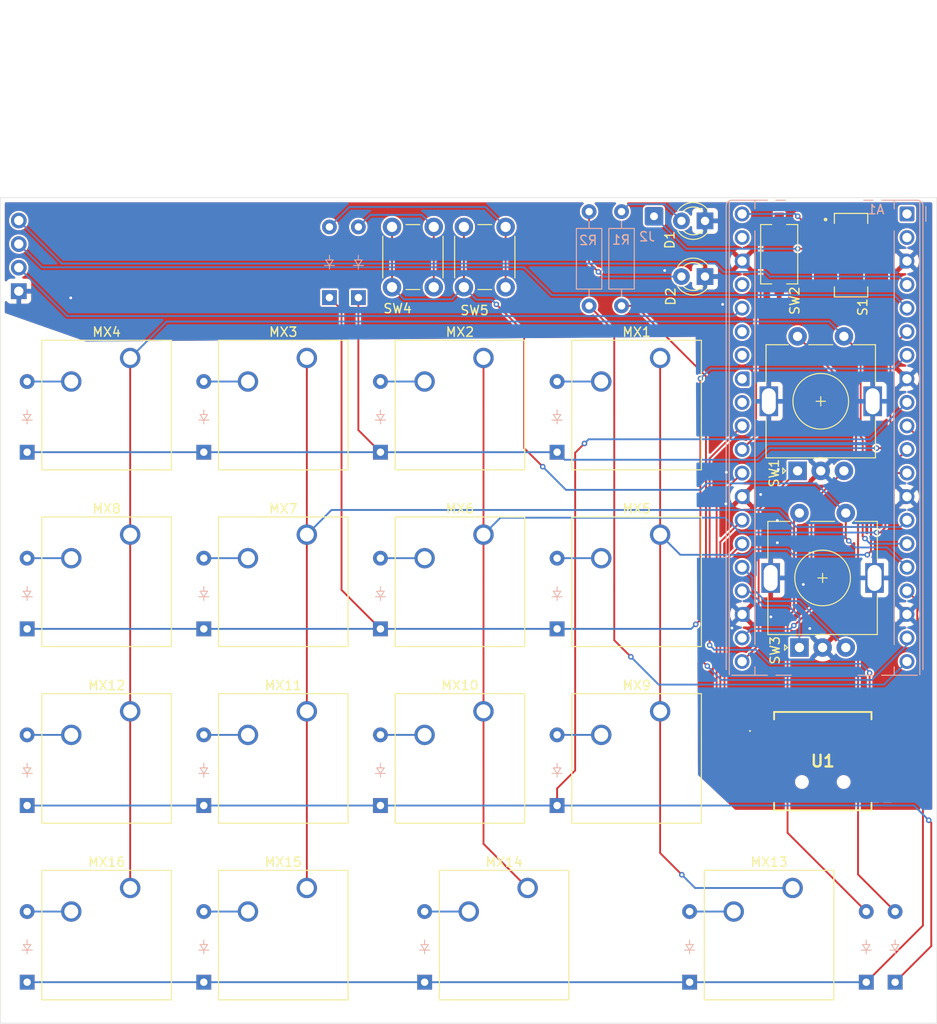
<source format=kicad_pcb>
(kicad_pcb (version 20241229) (generator "pcbnew") (generator_version "9.0")
  (layers (0 "F.Cu" signal) (2 "B.Cu" signal) (13 "F.Paste" user) (15 "B.Paste" user) (5 "F.SilkS" user "F.Silkscreen") (7 "B.SilkS" user "B.Silkscreen") (1 "F.Mask" user) (3 "B.Mask" user) (25 "Edge.Cuts" user))
  (net 0 "")
  (net 2 "+5V")
  (net 3 "ROW0")
  (net 4 "B1")
  (net 5 "SCL")
  (net 6 "SDA")
  (net 7 "A1")
  (net 9 "COL0")
  (net 10 "UP")
  (net 11 "A2")
  (net 12 "LEFT")
  (net 13 "DOWN")
  (net 14 "B2")
  (net 15 "Net-(A1-RUN)")
  (net 16 "COL4")
  (net 17 "CENTER")
  (net 19 "LED 2")
  (net 20 "LED 1")
  (net 21 "RIGHT")
  (net 22 "Net-(D3-A)")
  (net 23 "+3.3V")
  (net 24 "Net-(D4-A)")
  (net 25 "1S2")
  (net 26 "2S2")
  (net 27 "Net-(D8-A)")
  (net 28 "Net-(D9-A)")
  (net 29 "Net-(D11-A)")
  (net 30 "Net-(D12-A)")
  (net 31 "Net-(D18-A)")
  (net 32 "Net-(D20-A)")
  (net 33 "Net-(D13-A)")
  (net 34 "Net-(D14-A)")
  (net 35 "Net-(D16-A)")
  (net 36 "Net-(J2-Pin_1)")
  (net 39 "Net-(D19-A)")
  (net 45 "GND")
  (net 46 "ROW2")
  (net 47 "ROW1")
  (net 50 "COL1")
  (net 51 "ROW3")
  (net 52 "COL3")
  (net 53 "Net-(D6-A)")
  (net 54 "COL2")
  (net 55 "Net-(D7-A)")
  (net 56 "Net-(D1-A)")
  (net 57 "Net-(D2-A)")
  (net 58 "Net-(D5-A)")
  (net 59 "Net-(D10-A)")
  (net 60 "Net-(D15-A)")
  (net 61 "Net-(D21-A)")
  (footprint "LED_THT:LED_D3.0mm" (layer "F.Cu") (at 225.5 62.5 180)
    (property "Reference" "D2")
    (property "Value" "LED")
  )
  (footprint "Rotary_Encoder:RotaryEncoder_Alps_EC11E-Switch_Vertical_H20mm" (layer "F.Cu") (at 235.679886 102.5 90)
    (property "Reference" "SW3")
    (property "Value" "RotaryEncoder_Switch")
  )
  (footprint "Button_Switch_Keyboard:SW_Cherry_MX_1.00u_PCB" (layer "F.Cu") (at 220.6625 109.37875)
    (property "Reference" "MX9")
    (property "Value" "KS33_SW_solder")
  )
  (footprint "Button_Switch_THT:SW_PUSH_6mm_H7.3mm" (layer "F.Cu") (at 199.5 63.65 90)
    (property "Reference" "SW5")
    (property "Value" "SW_Push")
  )
  (footprint "Button_Switch_Keyboard:SW_Cherry_MX_1.00u_PCB" (layer "F.Cu") (at 220.6625 90.32875)
    (property "Reference" "MX5")
    (property "Value" "KS33_SW_solder")
  )
  (footprint "Button_Switch_Keyboard:SW_Cherry_MX_1.00u_PCB" (layer "F.Cu") (at 163.5125 128.42875)
    (property "Reference" "MX16")
    (property "Value" "KS33_SW_solder")
  )
  (footprint "macropad_components:MUAS90R" (layer "F.Cu") (at 238.2 114.75)
    (property "Reference" "U1")
    (property "Value" "5-Way Nav" (hide yes))
  )
  (footprint "MountingHole:MountingHole_2.2mm_M2" (layer "F.Cu") (at 208.359375 85.725)
    (property "Reference" "H4" (hide yes))
    (property "Value" "MountingScrew")
  )
  (footprint "Rotary_Encoder:RotaryEncoder_Alps_EC11E-Switch_Vertical_H20mm" (layer "F.Cu") (at 235.479886 83.45 90)
    (property "Reference" "SW1")
    (property "Value" "RotaryEncoder_Switch")
  )
  (footprint "Button_Switch_Keyboard:SW_Cherry_MX_1.00u_PCB" (layer "F.Cu") (at 182.5625 90.32875)
    (property "Reference" "MX7")
    (property "Value" "KS33_SW_solder")
  )
  (footprint "Button_Switch_Keyboard:SW_Cherry_MX_1.00u_PCB" (layer "F.Cu") (at 182.5625 71.27875)
    (property "Reference" "MX3")
    (property "Value" "KS33_SW_solder")
  )
  (footprint "Button_Switch_THT:SW_PUSH_6mm_H7.3mm" (layer "F.Cu") (at 191.75 63.65 90)
    (property "Reference" "SW4")
    (property "Value" "SW_Push")
  )
  (footprint "Button_Switch_Keyboard:SW_Cherry_MX_1.00u_PCB" (layer "F.Cu") (at 201.6125 71.27875)
    (property "Reference" "MX2")
    (property "Value" "KS33_SW_solder")
  )
  (footprint "macropad_components:OLED_128x32" (layer "F.Cu") (at 149.9 54.28)
    (property "Reference" "J1" (hide yes))
    (property "Value" "OLED_128x32")
  )
  (footprint "Button_Switch_Keyboard:SW_Cherry_MX_1.50u_PCB" (layer "F.Cu") (at 234.95 128.42875)
    (property "Reference" "MX13")
    (property "Value" "KS33_SW_solder")
  )
  (footprint "Button_Switch_SMD:SW_Tactile_SPST_NO_Straight_CK_PTS636Sx25SMTRLFS" (layer "F.Cu") (at 233.5 60.094999 90)
    (property "Reference" "SW2")
    (property "Value" "RESET_Push")
  )
  (footprint "MountingHole:MountingHole_2.2mm_M2" (layer "F.Cu") (at 170.5 124)
    (property "Reference" "H2" (hide yes))
    (property "Value" "MountingScrew")
  )
  (footprint "MountingHole:MountingHole_2.2mm_M2" (layer "F.Cu") (at 218 127.5)
    (property "Reference" "H1" (hide yes))
    (property "Value" "MountingScrew")
  )
  (footprint "Button_Switch_Keyboard:SW_Cherry_MX_1.00u_PCB" (layer "F.Cu") (at 163.5125 90.32875)
    (property "Reference" "MX8")
    (property "Value" "KS33_SW_solder")
  )
  (footprint "Button_Switch_Keyboard:SW_Cherry_MX_1.00u_PCB" (layer "F.Cu") (at 201.6125 109.37875)
    (property "Reference" "MX10")
    (property "Value" "KS33_SW_solder")
  )
  (footprint "Button_Switch_Keyboard:SW_Cherry_MX_1.00u_PCB" (layer "F.Cu") (at 182.5625 109.37875)
    (property "Reference" "MX11")
    (property "Value" "KS33_SW_solder")
  )
  (footprint "Button_Switch_Keyboard:SW_Cherry_MX_1.50u_PCB" (layer "F.Cu") (at 206.375 128.42875)
    (property "Reference" "MX14")
    (property "Value" "KS33_SW_solder")
  )
  (footprint "MountingHole:MountingHole_2.2mm_M2" (layer "F.Cu") (at 170.5 86)
    (property "Reference" "H3" (hide yes))
    (property "Value" "MountingScrew")
  )
  (footprint "LED_THT:LED_D3.0mm" (layer "F.Cu") (at 225.5 56.5 180)
    (property "Reference" "D1")
    (property "Value" "LED")
  )
  (footprint "macropad_components:SW_JS202011SCQN" (layer "F.Cu") (at 241.25 60.19263 -90)
    (property "Reference" "S1")
    (property "Value" "JS202011SCQN")
  )
  (footprint "Button_Switch_Keyboard:SW_Cherry_MX_1.00u_PCB" (layer "F.Cu") (at 163.5125 71.27875)
    (property "Reference" "MX4")
    (property "Value" "KS33_SW_solder")
  )
  (footprint "Button_Switch_Keyboard:SW_Cherry_MX_1.00u_PCB" (layer "F.Cu") (at 182.5625 128.42875)
    (property "Reference" "MX15")
    (property "Value" "KS33_SW_solder")
  )
  (footprint "Button_Switch_Keyboard:SW_Cherry_MX_1.00u_PCB" (layer "F.Cu") (at 220.6625 71.27875)
    (property "Reference" "MX1")
    (property "Value" "KS33_SW_solder")
  )
  (footprint "Button_Switch_Keyboard:SW_Cherry_MX_1.00u_PCB" (layer "F.Cu") (at 201.6125 90.32875)
    (property "Reference" "MX6")
    (property "Value" "KS33_SW_solder")
  )
  (footprint "Button_Switch_Keyboard:SW_Cherry_MX_1.00u_PCB" (layer "F.Cu") (at 163.5125 109.37875)
    (property "Reference" "MX12")
    (property "Value" "KS33_SW_solder")
  )
  (footprint "macropad_components:Diode_DO-35" (layer "B.Cu") (at 209.55 81.43875 90)
    (property "Reference" "D3" (hide yes))
    (property "Value" "1N4148" (hide yes))
  )
  (footprint "macropad_components:Diode_DO-35" (layer "B.Cu") (at 209.55 100.48875 90)
    (property "Reference" "D8" (hide yes))
    (property "Value" "1N4148" (hide yes))
  )
  (footprint "macropad_components:Diode_DO-35" (layer "B.Cu") (at 188.11875 64.77 90)
    (property "Reference" "D7" (hide yes))
    (property "Value" "1N4148" (hide yes))
  )
  (footprint "macropad_components:Diode_DO-35" (layer "B.Cu") (at 190.5 119.53875 90)
    (property "Reference" "D14" (hide yes))
    (property "Value" "1N4148" (hide yes))
  )
  (footprint "macropad_components:Diode_DO-35" (layer "B.Cu") (at 152.4 100.48875 90)
    (property "Reference" "D11" (hide yes))
    (property "Value" "1N4148" (hide yes))
  )
  (footprint "macropad_components:Diode_DO-35" (layer "B.Cu") (at 152.4 81.43875 90)
    (property "Reference" "D6" (hide yes))
    (property "Value" "1N4148" (hide yes))
  )
  (footprint "macropad_components:Diode_DO-35" (layer "B.Cu") (at 195.2625 138.58875 90)
    (property "Reference" "D19" (hide yes))
    (property "Value" "1N4148" (hide yes))
  )
  (footprint "macropad_components:Diode_DO-35" (layer "B.Cu") (at 152.4 138.58875 90)
    (property "Reference" "D21" (hide yes))
    (property "Value" "1N4148" (hide yes))
  )
  (footprint "macropad_components:Diode_DO-35" (layer "B.Cu") (at 171.45 119.53875 90)
    (property "Reference" "D15" (hide yes))
    (property "Value" "1N4148" (hide yes))
  )
  (footprint "Resistor_THT:R_Axial_DIN0207_L6.3mm_D2.5mm_P10.16mm_Horizontal" (layer "B.Cu") (at 216.5 65.66 90)
    (property "Reference" "R1")
    (property "Value" "330")
  )
  (footprint "macropad_components:Diode_DO-35" (layer "B.Cu") (at 246 138.58875 90)
    (property "Reference" "D17" (hide yes))
    (property "Value" "1N4148" (hide yes))
  )
  (footprint "Resistor_THT:R_Axial_DIN0207_L6.3mm_D2.5mm_P10.16mm_Horizontal" (layer "B.Cu") (at 213 65.66 90)
    (property "Reference" "R2")
    (property "Value" "330")
  )
  (footprint "macropad_components:Diode_DO-35" (layer "B.Cu") (at 190.5 100.48875 90)
    (property "Reference" "D9" (hide yes))
    (property "Value" "1N4148" (hide yes))
  )
  (footprint "macropad_components:Diode_DO-35" (layer "B.Cu") (at 190.5 81.43875 90)
    (property "Reference" "D4" (hide yes))
    (property "Value" "1N4148" (hide yes))
  )
  (footprint "macropad_components:Diode_DO-35" (layer "B.Cu") (at 171.45 138.58875 90)
    (property "Reference" "D20" (hide yes))
    (property "Value" "1N4148" (hide yes))
  )
  (footprint "macropad_components:Diode_DO-35" (layer "B.Cu") (at 152.4 119.53875 90)
    (property "Reference" "D16" (hide yes))
    (property "Value" "1N4148" (hide yes))
  )
  (footprint "macropad_components:Diode_DO-35" (layer "B.Cu") (at 171.45 81.43875 90)
    (property "Reference" "D5" (hide yes))
    (property "Value" "1N4148" (hide yes))
  )
  (footprint "macropad_components:Diode_DO-35" (layer "B.Cu") (at 223.8375 138.58875 90)
    (property "Reference" "D18" (hide yes))
    (property "Value" "1N4148" (hide yes))
  )
  (footprint "macropad_components:Diode_DO-35" (layer "B.Cu") (at 209.55 119.53875 90)
    (property "Reference" "D13" (hide yes))
    (property "Value" "1N4148" (hide yes))
  )
  (footprint "Module:RaspberryPi_Pico_Common_THT" (layer "B.Cu") (at 247.28 55.75 180)
    (property "Reference" "A1")
    (property "Value" "RaspberryPi_Pico")
  )
  (footprint "macropad_components:Diode_DO-35" (layer "B.Cu") (at 242.8875 138.58875 90)
    (property "Reference" "D22" (hide yes))
    (property "Value" "1N4148" (hide yes))
  )
  (footprint "Connector_Wire:SolderWire-0.25sqmm_1x01_D0.65mm_OD2mm" (layer "B.Cu") (at 220 56 180)
    (property "Reference" "J2")
    (property "Value" "01x01_Pin")
  )
  (footprint "macropad_components:Diode_DO-35" (layer "B.Cu") (at 171.45 100.48875 90)
    (property "Reference" "D10" (hide yes))
    (property "Value" "1N4148" (hide yes))
  )
  (footprint "macropad_components:Diode_DO-35" (layer "B.Cu") (at 185 64.77 90)
    (property "Reference" "D12" (hide yes))
    (property "Value" "1N4148" (hide yes))
  )
  (gr_rect (start 149.5 54) (end 250.5 143) (stroke (width 0.05)) (fill no) (layer "Edge.Cuts"))
  (segment (start 235.5 56) (end 237.19263 57.69263) (width 0.2) (layer "F.Cu") (net 2))
  (segment (start 237.19263 57.69263) (end 238.5 57.69263) (width 0.2) (layer "F.Cu") (net 2))
  (via (at 235.5 56) (size 0.6) (drill 0.3) (layers "F.Cu" "B.Cu") (net 2))
  (segment (start 229.5 55.75) (end 235.25 55.75) (width 0.2) (layer "B.Cu") (net 2))
  (segment (start 235.25 55.75) (end 235.5 56) (width 0.2) (layer "B.Cu") (net 2))
  (segment (start 244.5 81) (end 245.5 80) (width 0.2) (layer "F.Cu") (net 3))
  (segment (start 244 81) (end 244.5 81) (width 0.2) (layer "F.Cu") (net 3))
  (segment (start 245.5 80) (end 245.5 70.23) (width 0.2) (layer "F.Cu") (net 3))
  (segment (start 188.11875 79.0575) (end 190.5 81.43875) (width 0.2) (layer "F.Cu") (net 3))
  (segment (start 188.11875 64.77) (end 188.11875 79.0575) (width 0.2) (layer "F.Cu") (net 3))
  (segment (start 245.5 70.23) (end 247.28 68.45) (width 0.2) (layer "F.Cu") (net 3))
  (via (at 244 81) (size 0.6) (drill 0.3) (layers "F.Cu" "B.Cu") (net 3))
  (segment (start 231.19605 82.251) (end 210.36225 82.251) (width 0.2) (layer "B.Cu") (net 3))
  (segment (start 244 81) (end 232.44705 81) (width 0.2) (layer "B.Cu") (net 3))
  (segment (start 210.36225 82.251) (end 209.55 81.43875) (width 0.2) (layer "B.Cu") (net 3))
  (segment (start 232.44705 81) (end 231.19605 82.251) (width 0.2) (layer "B.Cu") (net 3))
  (segment (start 171.45 81.43875) (end 190.5 81.43875) (width 0.2) (layer "B.Cu") (net 3))
  (segment (start 152.4 81.43875) (end 171.45 81.43875) (width 0.2) (layer "B.Cu") (net 3))
  (segment (start 209.55 81.43875) (end 190.5 81.43875) (width 0.2) (layer "B.Cu") (net 3))
  (segment (start 236.980886 98.269114) (end 236.980886 86.949) (width 0.2) (layer "F.Cu") (net 4))
  (segment (start 236.980886 86.949) (end 240.479886 83.45) (width 0.2) (layer "F.Cu") (net 4))
  (segment (start 235.125 100.125) (end 236.980886 98.269114) (width 0.2) (layer "F.Cu") (net 4))
  (segment (start 235.079886 100.125) (end 235.125 100.125) (width 0.2) (layer "F.Cu") (net 4))
  (via (at 235.079886 100.125) (size 0.6) (drill 0.3) (layers "F.Cu" "B.Cu") (net 4))
  (segment (start 235.079886 100.125) (end 234.704886 100.5) (width 0.2) (layer "B.Cu") (net 4))
  (segment (start 230.47 100.5) (end 229.5 101.47) (width 0.2) (layer "B.Cu") (net 4))
  (segment (start 234.704886 100.5) (end 230.47 100.5) (width 0.2) (layer "B.Cu") (net 4))
  (segment (start 209 64.5) (end 206 61.5) (width 0.2) (layer "B.Cu") (net 5))
  (segment (start 245.87 64.5) (end 209 64.5) (width 0.2) (layer "B.Cu") (net 5))
  (segment (start 247.28 65.91) (end 245.87 64.5) (width 0.2) (layer "B.Cu") (net 5))
  (segment (start 206 61.5) (end 154 61.5) (width 0.2) (layer "B.Cu") (net 5))
  (segment (start 154 61.5) (end 151.5 59) (width 0.2) (layer "B.Cu") (net 5))
  (segment (start 232 62) (end 232.5 62.5) (width 0.2) (layer "B.Cu") (net 6))
  (segment (start 156.139 61.099) (end 226.599 61.099) (width 0.2) (layer "B.Cu") (net 6))
  (segment (start 227.5 62) (end 232 62) (width 0.2) (layer "B.Cu") (net 6))
  (segment (start 226.599 61.099) (end 227.5 62) (width 0.2) (layer "B.Cu") (net 6))
  (segment (start 151.5 56.46) (end 156.139 61.099) (width 0.2) (layer "B.Cu") (net 6))
  (segment (start 246.41 62.5) (end 247.28 63.37) (width 0.2) (layer "B.Cu") (net 6))
  (segment (start 232.5 62.5) (end 246.41 62.5) (width 0.2) (layer "B.Cu") (net 6))
  (segment (start 231.278886 102.231114) (end 229.5 104.01) (width 0.2) (layer "F.Cu") (net 7))
  (segment (start 231.278886 87.651) (end 231.278886 102.231114) (width 0.2) (layer "F.Cu") (net 7))
  (segment (start 235.479886 83.45) (end 231.278886 87.651) (width 0.2) (layer "F.Cu") (net 7))
  (segment (start 243 92.5) (end 243.399 92.101) (width 0.2) (layer "F.Cu") (net 9))
  (segment (start 243.399 85.031) (end 247.28 81.15) (width 0.2) (layer "F.Cu") (net 9))
  (segment (start 220.6625 109.37875) (end 220.6625 124.6625) (width 0.2) (layer "F.Cu") (net 9))
  (segment (start 243.399 92.101) (end 243.399 85.031) (width 0.2) (layer "F.Cu") (net 9))
  (segment (start 220.6625 71.27875) (end 220.6625 90.32875) (width 0.2) (layer "F.Cu") (net 9))
  (segment (start 220.6625 90.32875) (end 220.6625 109.37875) (width 0.2) (layer "F.Cu") (net 9))
  (segment (start 220.6625 124.6625) (end 223 127) (width 0.2) (layer "F.Cu") (net 9))
  (via (at 223 127) (size 0.6) (drill 0.3) (layers "F.Cu" "B.Cu") (net 9))
  (via (at 243 92.5) (size 0.6) (drill 0.3) (layers "F.Cu" "B.Cu") (net 9))
  (segment (start 230.65 91.9) (end 230.05 92.5) (width 0.2) (layer "B.Cu") (net 9))
  (segment (start 234.4 91.9) (end 230.65 91.9) (width 0.2) (layer "B.Cu") (net 9))
  (segment (start 224.42875 128.42875) (end 234.95 128.42875) (width 0.2) (layer "B.Cu") (net 9))
  (segment (start 230.05 92.5) (end 222.83375 92.5) (width 0.2) (layer "B.Cu") (net 9))
  (segment (start 235 92.5) (end 234.4 91.9) (width 0.2) (layer "B.Cu") (net 9))
  (segment (start 222.83375 92.5) (end 220.6625 90.32875) (width 0.2) (layer "B.Cu") (net 9))
  (segment (start 243 92.5) (end 235 92.5) (width 0.2) (layer "B.Cu") (net 9))
  (segment (start 223 127) (end 224.42875 128.42875) (width 0.2) (layer "B.Cu") (net 9))
  (segment (start 227.6 93.21) (end 227.6 108.6) (width 0.2) (layer "F.Cu") (net 10))
  (segment (start 229.5 91.31) (end 227.6 93.21) (width 0.2) (layer "F.Cu") (net 10))
  (segment (start 227.6 108.6) (end 230.5 111.5) (width 0.2) (layer "F.Cu") (net 10))
  (segment (start 230.5 111.5) (end 231.9 111.5) (width 0.2) (layer "F.Cu") (net 10))
  (segment (start 231.85 98) (end 234.5 98) (width 0.2) (layer "B.Cu") (net 11))
  (segment (start 235.679886 99.179886) (end 235.679886 102.5) (width 0.2) (layer "B.Cu") (net 11))
  (segment (start 229.5 96.39) (end 230.24 96.39) (width 0.2) (layer "B.Cu") (net 11))
  (segment (start 230.24 96.39) (end 231.85 98) (width 0.2) (layer "B.Cu") (net 11))
  (segment (start 234.5 98) (end 235.679886 99.179886) (width 0.2) (layer "B.Cu") (net 11))
  (segment (start 231.9 115.2) (end 227.151 110.451) (width 0.2) (layer "F.Cu") (net 12))
  (segment (start 227.151 91.119) (end 229.5 88.77) (width 0.2) (layer "F.Cu") (net 12))
  (segment (start 227.151 110.451) (end 227.151 91.119) (width 0.2) (layer "F.Cu") (net 12))
  (segment (start 226.75 112.85) (end 226.75 86.44) (width 0.2) (layer "F.Cu") (net 13))
  (segment (start 231.9 118) (end 226.75 112.85) (width 0.2) (layer "F.Cu") (net 13))
  (segment (start 226.75 86.44) (end 229.5 83.69) (width 0.2) (layer "F.Cu") (net 13))
  (segment (start 232 97.5) (end 230.601 96.101) (width 0.2) (layer "B.Cu") (net 14))
  (segment (start 230.601 94.951) (end 229.5 93.85) (width 0.2) (layer "B.Cu") (net 14))
  (segment (start 240.679886 102.5) (end 235.679886 97.5) (width 0.2) (layer "B.Cu") (net 14))
  (segment (start 235.679886 97.5) (end 232 97.5) (width 0.2) (layer "B.Cu") (net 14))
  (segment (start 230.601 96.101) (end 230.601 94.951) (width 0.2) (layer "B.Cu") (net 14))
  (segment (start 231.5 58.219999) (end 233.5 56.219999) (width 0.2) (layer "F.Cu") (net 15))
  (segment (start 229.5 81.15) (end 231 79.65) (width 0.2) (layer "F.Cu") (net 15))
  (segment (start 231 79.65) (end 231 65.5) (width 0.2) (layer "F.Cu") (net 15))
  (segment (start 231.5 65) (end 231.5 58.219999) (width 0.2) (layer "F.Cu") (net 15))
  (segment (start 231 65.5) (end 231.5 65) (width 0.2) (layer "F.Cu") (net 15))
  (segment (start 206 81) (end 208 83) (width 0.2) (layer "F.Cu") (net 16))
  (segment (start 191.75 57.15) (end 191.75 63.65) (width 0.2) (layer "F.Cu") (net 16))
  (segment (start 240.679886 90.679886) (end 240.679886 88) (width 0.2) (layer "F.Cu") (net 16))
  (segment (start 241 91) (end 240.679886 90.679886) (width 0.2) (layer "F.Cu") (net 16))
  (segment (start 199.5 57.15) (end 199.5 63.65) (width 0.2) (layer "F.Cu") (net 16))
  (segment (start 203 65.5) (end 206 68.5) (width 0.2) (layer "F.Cu") (net 16))
  (segment (start 206 68.5) (end 206 81) (width 0.2) (layer "F.Cu") (net 16))
  (via (at 241 91) (size 0.6) (drill 0.3) (layers "F.Cu" "B.Cu") (net 16))
  (via (at 203 65.5) (size 0.6) (drill 0.3) (layers "F.Cu" "B.Cu") (net 16))
  (via (at 208 83) (size 0.6) (drill 0.3) (layers "F.Cu" "B.Cu") (net 16))
  (segment (start 225.7 84.8) (end 225 85.5) (width 0.2) (layer "B.Cu") (net 16))
  (segment (start 191.75 63.65) (end 193.051 64.951) (width 0.2) (layer "B.Cu") (net 16))
  (segment (start 241.711 91.711) (end 241 91) (width 0.2) (layer "B.Cu") (net 16))
  (segment (start 198.199 64.951) (end 199.5 63.65) (width 0.2) (layer "B.Cu") (net 16))
  (segment (start 240.679886 88) (end 237.479886 84.8) (width 0.2) (layer "B.Cu") (net 16))
  (segment (start 237.479886 84.8) (end 225.7 84.8) (width 0.2) (layer "B.Cu") (net 16))
  (segment (start 247.28 93.85) (end 245.141 91.711) (width 0.2) (layer "B.Cu") (net 16))
  (segment (start 200.85 65) (end 199.5 63.65) (width 0.2) (layer "B.Cu") (net 16))
  (segment (start 245.141 91.711) (end 241.711 91.711) (width 0.2) (layer "B.Cu") (net 16))
  (segment (start 203 65.5) (end 202.5 65) (width 0.2) (layer "B.Cu") (net 16))
  (segment (start 225 85.5) (end 210.5 85.5) (width 0.2) (layer "B.Cu") (net 16))
  (segment (start 193.051 64.951) (end 198.199 64.951) (width 0.2) (layer "B.Cu") (net 16))
  (segment (start 210.5 85.5) (end 208 83) (width 0.2) (layer "B.Cu") (net 16))
  (segment (start 202.5 65) (end 200.85 65) (width 0.2) (layer "B.Cu") (net 16))
  (segment (start 248.386 107.614) (end 248.386 97.496) (width 0.2) (layer "F.Cu") (net 17))
  (segment (start 244.5 111.5) (end 248.386 107.614) (width 0.2) (layer "F.Cu") (net 17))
  (segment (start 248.386 97.496) (end 247.28 96.39) (width 0.2) (layer "F.Cu") (net 17))
  (segment (start 215.7135 68.3735) (end 215.7135 101.7135) (width 0.2) (layer "F.Cu") (net 19))
  (segment (start 215.7135 101.7135) (end 217.5 103.5) (width 0.2) (layer "F.Cu") (net 19))
  (segment (start 213 65.66) (end 215.7135 68.3735) (width 0.2) (layer "F.Cu") (net 19))
  (via (at 217.5 103.5) (size 0.6) (drill 0.3) (layers "F.Cu" "B.Cu") (net 19))
  (segment (start 220.5 106.5) (end 244.79 106.5) (width 0.2) (layer "B.Cu") (net 19))
  (segment (start 217.5 103.5) (end 220.5 106.5) (width 0.2) (layer "B.Cu") (net 19))
  (segment (start 244.79 106.5) (end 247.28 104.01) (width 0.2) (layer "B.Cu") (net 19))
  (segment (start 225.549972 73.200028) (end 218.009943 65.66) (width 0.2) (layer "F.Cu") (net 20))
  (segment (start 225.601 73.251057) (end 225.549972 73.200028) (width 0.2) (layer "F.Cu") (net 20))
  (segment (start 225 103.75) (end 225 101.048) (width 0.2) (layer "F.Cu") (net 20))
  (segment (start 225.601 100.447) (end 225.601 73.251057) (width 0.2) (layer "F.Cu") (net 20))
  (segment (start 218.009943 65.66) (end 216.5 65.66) (width 0.2) (layer "F.Cu") (net 20))
  (segment (start 225 101.048) (end 225.601 100.447) (width 0.2) (layer "F.Cu") (net 20))
  (segment (start 225.75 104.5) (end 225 103.75) (width 0.2) (layer "F.Cu") (net 20))
  (via (at 225.75 104.5) (size 0.6) (drill 0.3) (layers "F.Cu" "B.Cu") (net 20))
  (segment (start 225.75 104.5) (end 227.25 106) (width 0.2) (layer "B.Cu") (net 20))
  (segment (start 227.25 106) (end 243.5 106) (width 0.2) (layer "B.Cu") (net 20))
  (segment (start 243.5 106) (end 247.28 102.22) (width 0.2) (layer "B.Cu") (net 20))
  (segment (start 247.28 102.22) (end 247.28 101.47) (width 0.2) (layer "B.Cu") (net 20))
  (segment (start 243.25 110.449) (end 243.199 110.449) (width 0.2) (layer "F.Cu") (net 21))
  (segment (start 243.25 113.95) (end 244.5 115.2) (width 0.2) (layer "F.Cu") (net 21))
  (segment (start 243.199 112.551) (end 243.25 112.551) (width 0.2) (layer "F.Cu") (net 21))
  (segment (start 243.199 110.449) (end 243.199 112.551) (width 0.2) (layer "F.Cu") (net 21))
  (segment (start 243.25 105.25) (end 243.25 110.449) (width 0.2) (layer "F.Cu") (net 21))
  (segment (start 243.25 112.551) (end 243.25 113.95) (width 0.2) (layer "F.Cu") (net 21))
  (segment (start 226.002 82.108) (end 229.5 78.61) (width 0.2) (layer "F.Cu") (net 21))
  (segment (start 226.002 102.248) (end 226.002 82.108) (width 0.2) (layer "F.Cu") (net 21))
  (via (at 243.25 105.25) (size 0.6) (drill 0.3) (layers "F.Cu" "B.Cu") (net 21))
  (via (at 226.002 102.248) (size 0.6) (drill 0.3) (layers "F.Cu" "B.Cu") (net 21))
  (segment (start 231 102.75) (end 232.5 104.25) (width 0.2) (layer "B.Cu") (net 21))
  (segment (start 226.504 102.75) (end 231 102.75) (width 0.2) (layer "B.Cu") (net 21))
  (segment (start 226.002 102.248) (end 226.504 102.75) (width 0.2) (layer "B.Cu") (net 21))
  (segment (start 243.25 105.161) (end 243.25 105.25) (width 0.2) (layer "B.Cu") (net 21))
  (segment (start 232.5 104.25) (end 242.339 104.25) (width 0.2) (layer "B.Cu") (net 21))
  (segment (start 242.339 104.25) (end 243.25 105.161) (width 0.2) (layer "B.Cu") (net 21))
  (segment (start 209.55 73.81875) (end 214.3125 73.81875) (width 0.2) (layer "B.Cu") (net 22))
  (segment (start 156.721 66.761) (end 228.649 66.761) (width 0.2) (layer "B.Cu") (net 23))
  (segment (start 151.5 61.54) (end 156.721 66.761) (width 0.2) (layer "B.Cu") (net 23))
  (segment (start 228.649 66.761) (end 229.5 65.91) (width 0.2) (layer "B.Cu") (net 23))
  (segment (start 190.5 73.81875) (end 195.2625 73.81875) (width 0.2) (layer "B.Cu") (net 24))
  (segment (start 242 126.96875) (end 246 130.96875) (width 0.2) (layer "F.Cu") (net 25))
  (segment (start 235.479886 68.95) (end 241.780886 75.251) (width 0.2) (layer "F.Cu") (net 25))
  (segment (start 242 87.480222) (end 242 126.96875) (width 0.2) (layer "F.Cu") (net 25))
  (segment (start 241.780886 87.261108) (end 242 87.480222) (width 0.2) (layer "F.Cu") (net 25))
  (segment (start 241.780886 75.251) (end 241.780886 87.261108) (width 0.2) (layer "F.Cu") (net 25))
  (segment (start 234.378886 103.801) (end 234.378886 101.199) (width 0.2) (layer "F.Cu") (net 26))
  (segment (start 234.4 122.48125) (end 234.4 103.801) (width 0.2) (layer "F.Cu") (net 26))
  (segment (start 235.1 98.5) (end 235.1 88.579886) (width 0.2) (layer "F.Cu") (net 26))
  (segment (start 234.4 99.2) (end 235.1 98.5) (width 0.2) (layer "F.Cu") (net 26))
  (segment (start 242.8875 130.96875) (end 234.4 122.48125) (width 0.2) (layer "F.Cu") (net 26))
  (segment (start 235.1 88.579886) (end 235.679886 88) (width 0.2) (layer "F.Cu") (net 26))
  (segment (start 234.4 101.199) (end 234.4 99.2) (width 0.2) (layer "F.Cu") (net 26))
  (segment (start 234.378886 101.199) (end 234.4 101.199) (width 0.2) (layer "F.Cu") (net 26))
  (segment (start 234.4 103.801) (end 234.378886 103.801) (width 0.2) (layer "F.Cu") (net 26))
  (segment (start 209.55 92.86875) (end 214.3125 92.86875) (width 0.2) (layer "B.Cu") (net 27))
  (segment (start 190.5 92.86875) (end 195.2625 92.86875) (width 0.2) (layer "B.Cu") (net 28))
  (segment (start 152.4 92.86875) (end 157.1625 92.86875) (width 0.2) (layer "B.Cu") (net 29))
  (segment (start 204 57.15) (end 204 63.65) (width 0.2) (layer "F.Cu") (net 30))
  (segment (start 185 57.15) (end 187.15 55) (width 0.2) (layer "B.Cu") (net 30))
  (segment (start 201.85 55) (end 204 57.15) (width 0.2) (layer "B.Cu") (net 30))
  (segment (start 187.15 55) (end 201.85 55) (width 0.2) (layer "B.Cu") (net 30))
  (segment (start 223.8375 130.96875) (end 228.6 130.96875) (width 0.2) (layer "B.Cu") (net 31))
  (segment (start 171.45 130.96875) (end 176.2125 130.96875) (width 0.2) (layer "B.Cu") (net 32))
  (segment (start 209.55 111.91875) (end 214.3125 111.91875) (width 0.2) (layer "B.Cu") (net 33))
  (segment (start 190.5 111.91875) (end 195.2625 111.91875) (width 0.2) (layer "B.Cu") (net 34))
  (segment (start 152.4 111.91875) (end 157.1625 111.91875) (width 0.2) (layer "B.Cu") (net 35))
  (segment (start 235.5 59.5) (end 237.80737 59.5) (width 0.2) (layer "F.Cu") (net 36))
  (segment (start 237.80737 59.5) (end 238.5 60.19263) (width 0.2) (layer "F.Cu") (net 36))
  (via (at 235.5 59.5) (size 0.6) (drill 0.3) (layers "F.Cu" "B.Cu") (net 36))
  (segment (start 220 56) (end 223.5 59.5) (width 0.2) (layer "B.Cu") (net 36))
  (segment (start 223.5 59.5) (end 235.5 59.5) (width 0.2) (layer "B.Cu") (net 36))
  (segment (start 195.2625 130.96875) (end 200.025 130.96875) (width 0.2) (layer "B.Cu") (net 39))
  (via (at 157.1 64.8) (size 0.6) (drill 0.3) (layers "F.Cu" "B.Cu") (net 45))
  (via (at 227.4 65.5) (size 0.6) (drill 0.3) (layers "F.Cu" "B.Cu") (net 45))
  (via (at 227.8 83.6) (size 0.6) (drill 0.3) (layers "F.Cu" "B.Cu") (net 45))
  (via (at 233.4 83.3) (size 0.6) (drill 0.3) (layers "F.Cu" "B.Cu") (net 45))
  (via (at 236.1 95.7) (size 0.6) (drill 0.3) (layers "F.Cu" "B.Cu") (net 45))
  (via (at 231.5 86) (size 0.6) (drill 0.3) (layers "F.Cu" "B.Cu") (net 45))
  (via (at 232.6 99.2) (size 0.6) (drill 0.3) (layers "F.Cu" "B.Cu") (net 45))
  (via (at 227.75 87) (size 0.6) (drill 0.3) (layers "F.Cu" "B.Cu") (net 45))
  (via (at 233.3 91.2) (size 0.6) (drill 0.3) (layers "F.Cu" "B.Cu") (net 45))
  (via (at 221.15 61.85) (size 0.6) (drill 0.3) (layers "F.Cu" "B.Cu") (net 45))
  (via (at 233.3 88.8) (size 0.6) (drill 0.3) (layers "F.Cu" "B.Cu") (net 45))
  (via (at 228.4 100.4) (size 0.6) (drill 0.3) (layers "F.Cu" "B.Cu") (net 45))
  (via (at 236.8 100.45) (size 0.6) (drill 0.3) (layers "F.Cu" "B.Cu") (net 45))
  (segment (start 249.899 121.399) (end 249.899 134.68975) (width 0.2) (layer "F.Cu") (net 46))
  (segment (start 211.5 115.75) (end 209.55 117.7) (width 0.2) (layer "F.Cu") (net 46))
  (segment (start 209.55 117.7) (end 209.55 119.53875) (width 0.2) (layer "F.Cu") (net 46))
  (segment (start 212.5 80.5) (end 211.5 81.5) (width 0.2) (layer "F.Cu") (net 46))
  (segment (start 211.5 81.5) (end 211.5 115.75) (width 0.2) (layer "F.Cu") (net 46))
  (segment (start 249.899 134.68975) (end 246 138.58875) (width 0.2) (layer "F.Cu") (net 46))
  (segment (start 249.625 121.125) (end 249.899 121.399) (width 0.2) (layer "F.Cu") (net 46))
  (via (at 249.625 121.125) (size 0.6) (drill 0.3) (layers "F.Cu" "B.Cu") (net 46))
  (via (at 212.5 80.5) (size 0.6) (drill 0.3) (layers "F.Cu" "B.Cu") (net 46))
  (segment (start 171.45 119.53875) (end 190.5 119.53875) (width 0.2) (layer "B.Cu") (net 46))
  (segment (start 247.28 76.07) (end 243.301 80.049) (width 0.2) (layer "B.Cu") (net 46))
  (segment (start 249.625 121.125) (end 248.03875 119.53875) (width 0.2) (layer "B.Cu") (net 46))
  (segment (start 190.5 119.53875) (end 209.55 119.53875) (width 0.2) (layer "B.Cu") (net 46))
  (segment (start 243.301 80.049) (end 212.951 80.049) (width 0.2) (layer "B.Cu") (net 46))
  (segment (start 152.4 119.53875) (end 171.45 119.53875) (width 0.2) (layer "B.Cu") (net 46))
  (segment (start 212.951 80.049) (end 212.5 80.5) (width 0.2) (layer "B.Cu") (net 46))
  (segment (start 248.03875 119.53875) (end 209.55 119.53875) (width 0.2) (layer "B.Cu") (net 46))
  (segment (start 225 99.5) (end 225 73.5) (width 0.2) (layer "F.Cu") (net 47))
  (segment (start 185 64.77) (end 186.3035 66.0735) (width 0.2) (layer "F.Cu") (net 47))
  (segment (start 186.3035 96.29225) (end 190.5 100.48875) (width 0.2) (layer "F.Cu") (net 47))
  (segment (start 224.5 100) (end 225 99.5) (width 0.2) (layer "F.Cu") (net 47))
  (segment (start 186.3035 66.0735) (end 186.3035 96.29225) (width 0.2) (layer "F.Cu") (net 47))
  (via (at 224.5 100) (size 0.6) (drill 0.3) (layers "F.Cu" "B.Cu") (net 47))
  (via (at 225 73.5) (size 0.6) (drill 0.3) (layers "F.Cu" "B.Cu") (net 47))
  (segment (start 226.076 72.424) (end 245.846 72.424) (width 0.2) (layer "B.Cu") (net 47))
  (segment (start 152.4 100.48875) (end 171.45 100.48875) (width 0.2) (layer "B.Cu") (net 47))
  (segment (start 171.45 100.48875) (end 190.5 100.48875) (width 0.2) (layer "B.Cu") (net 47))
  (segment (start 225 73.5) (end 226.076 72.424) (width 0.2) (layer "B.Cu") (net 47))
  (segment (start 224.01125 100.48875) (end 224.5 100) (width 0.2) (layer "B.Cu") (net 47))
  (segment (start 245.846 72.424) (end 247.28 70.99) (width 0.2) (layer "B.Cu") (net 47))
  (segment (start 209.55 100.48875) (end 224.01125 100.48875) (width 0.2) (layer "B.Cu") (net 47))
  (segment (start 190.5 100.48875) (end 209.55 100.48875) (width 0.2) (layer "B.Cu") (net 47))
  (segment (start 201.6125 90.32875) (end 201.6125 109.37875) (width 0.2) (layer "F.Cu") (net 50))
  (segment (start 201.6125 123.66625) (end 206.375 128.42875) (width 0.2) (layer "F.Cu") (net 50))
  (segment (start 244.95 89.55) (end 244.95 84.8) (width 0.2) (layer "F.Cu") (net 50))
  (segment (start 201.6125 90.32875) (end 201.6125 71.27875) (width 0.2) (layer "F.Cu") (net 50))
  (segment (start 244.4 90.1) (end 244.95 89.55) (width 0.2) (layer "F.Cu") (net 50))
  (segment (start 244.95 84.8) (end 246.06 83.69) (width 0.2) (layer "F.Cu") (net 50))
  (segment (start 244 90.1) (end 244.4 90.1) (width 0.2) (layer "F.Cu") (net 50))
  (segment (start 201.6125 109.37875) (end 201.6125 123.66625) (width 0.2) (layer "F.Cu") (net 50))
  (segment (start 246.06 83.69) (end 247.28 83.69) (width 0.2) (layer "F.Cu") (net 50))
  (via (at 244 90.1) (size 0.6) (drill 0.3) (layers "F.Cu" "B.Cu") (net 50))
  (segment (start 229.27295 90.1) (end 227.67295 88.5) (width 0.2) (layer "B.Cu") (net 50))
  (segment (start 227.67295 88.5) (end 203.44125 88.5) (width 0.2) (layer "B.Cu") (net 50))
  (segment (start 203.44125 88.5) (end 201.6125 90.32875) (width 0.2) (layer "B.Cu") (net 50))
  (segment (start 244 90.1) (end 229.27295 90.1) (width 0.2) (layer "B.Cu") (net 50))
  (segment (start 249 132.47625) (end 242.8875 138.58875) (width 0.2) (layer "F.Cu") (net 51))
  (segment (start 247.28 78.61) (end 249 80.33) (width 0.2) (layer "F.Cu") (net 51))
  (segment (start 249 80.33) (end 249 132.47625) (width 0.2) (layer "F.Cu") (net 51))
  (segment (start 195.2625 138.58875) (end 171.45 138.58875) (width 0.2) (layer "B.Cu") (net 51))
  (segment (start 195.2625 138.58875) (end 223.8375 138.58875) (width 0.2) (layer "B.Cu") (net 51))
  (segment (start 171.45 138.58875) (end 152.4 138.58875) (width 0.2) (layer "B.Cu") (net 51))
  (segment (start 223.8375 138.58875) (end 242.8875 138.58875) (width 0.2) (layer "B.Cu") (net 51))
  (segment (start 242.278886 70.749) (end 242.278886 79.778886) (width 0.2) (layer "F.Cu") (net 52))
  (segment (start 240.479886 68.95) (end 242.278886 70.749) (width 0.2) (layer "F.Cu") (net 52))
  (segment (start 163.5125 71.27875) (end 163.5125 90.32875) (width 0.2) (layer "F.Cu") (net 52))
  (segment (start 163.5125 109.37875) (end 163.5125 128.42875) (width 0.2) (layer "F.Cu") (net 52))
  (segment (start 163.5125 90.32875) (end 163.5125 109.37875) (width 0.2) (layer "F.Cu") (net 52))
  (segment (start 242.5 90.5) (end 242.75 90.75) (width 0.2) (layer "F.Cu") (net 52))
  (segment (start 242.278886 79.778886) (end 242.5 80) (width 0.2) (layer "F.Cu") (net 52))
  (segment (start 242.5 80) (end 242.5 90.5) (width 0.2) (layer "F.Cu") (net 52))
  (via (at 242.75 90.75) (size 0.6) (drill 0.3) (layers "F.Cu" "B.Cu") (net 52))
  (segment (start 242.75 90.75) (end 243.31 91.31) (width 0.2) (layer "B.Cu") (net 52))
  (segment (start 167.44225 67.349) (end 238.878886 67.349) (width 0.2) (layer "B.Cu") (net 52))
  (segment (start 238.878886 67.349) (end 240.479886 68.95) (width 0.2) (layer "B.Cu") (net 52))
  (segment (start 163.5125 71.27875) (end 167.44225 67.349) (width 0.2) (layer "B.Cu") (net 52))
  (segment (start 243.31 91.31) (end 247.28 91.31) (width 0.2) (layer "B.Cu") (net 52))
  (segment (start 152.4 73.81875) (end 157.1625 73.81875) (width 0.2) (layer "B.Cu") (net 53))
  (segment (start 182.5625 71.27875) (end 182.5625 90.32875) (width 0.2) (layer "F.Cu") (net 54))
  (segment (start 182.5625 90.32875) (end 182.5625 109.37875) (width 0.2) (layer "F.Cu") (net 54))
  (segment (start 182.5625 109.37875) (end 182.5625 128.42875) (width 0.2) (layer "F.Cu") (net 54))
  (segment (start 182.5625 90.32875) (end 185.22225 87.669) (width 0.2) (layer "B.Cu") (net 54))
  (segment (start 246.55 89.5) (end 247.28 88.77) (width 0.2) (layer "B.Cu") (net 54))
  (segment (start 185.22225 87.669) (end 233.508994 87.669) (width 0.2) (layer "B.Cu") (net 54))
  (segment (start 233.508994 87.669) (end 235.339994 89.5) (width 0.2) (layer "B.Cu") (net 54))
  (segment (start 235.339994 89.5) (end 246.55 89.5) (width 0.2) (layer "B.Cu") (net 54))
  (segment (start 196.25 57.15) (end 196.25 63.65) (width 0.2) (layer "F.Cu") (net 55))
  (segment (start 188.11875 57.15) (end 189.41975 55.849) (width 0.2) (layer "B.Cu") (net 55))
  (segment (start 194.949 55.849) (end 196.25 57.15) (width 0.2) (layer "B.Cu") (net 55))
  (segment (start 189.41975 55.849) (end 194.949 55.849) (width 0.2) (layer "B.Cu") (net 55))
  (segment (start 216.5 55.5) (end 217.301 54.699) (width 0.2) (layer "B.Cu") (net 56))
  (segment (start 221.159 54.699) (end 222.96 56.5) (width 0.2) (layer "B.Cu") (net 56))
  (segment (start 217.301 54.699) (end 221.159 54.699) (width 0.2) (layer "B.Cu") (net 56))
  (segment (start 213 61) (end 214 62) (width 0.2) (layer "F.Cu") (net 57))
  (segment (start 213 55.5) (end 213 61) (width 0.2) (layer "F.Cu") (net 57))
  (via (at 214 62) (size 0.6) (drill 0.3) (layers "F.Cu" "B.Cu") (net 57))
  (segment (start 214 62) (end 214.5 62.5) (width 0.2) (layer "B.Cu") (net 57))
  (segment (start 214.5 62.5) (end 222.96 62.5) (width 0.2) (layer "B.Cu") (net 57))
  (segment (start 171.45 73.81875) (end 176.2125 73.81875) (width 0.2) (layer "B.Cu") (net 58))
  (segment (start 171.45 92.86875) (end 176.2125 92.86875) (width 0.2) (layer "B.Cu") (net 59))
  (segment (start 171.45 111.91875) (end 176.2125 111.91875) (width 0.2) (layer "B.Cu") (net 60))
  (segment (start 152.4 130.96875) (end 157.1625 130.96875) (width 0.2) (layer "B.Cu") (net 61))
  (zone (net 45) (net_name "GND") (layers "F.Cu" "B.Cu") (connect_pads (clearance 0)) (min_thickness 0.25) (fill yes (thermal_gap 0.5) (thermal_bridge_width 0.5))
    (polygon (pts (xy 149.5 54) (xy 250.5 54) (xy 250.5 120) (xy 228.75 120) (xy 224.75 116.25) (xy 224.5 69) (xy 158.75 69.5) (xy 149.5 66.25)))
  )
)
</source>
